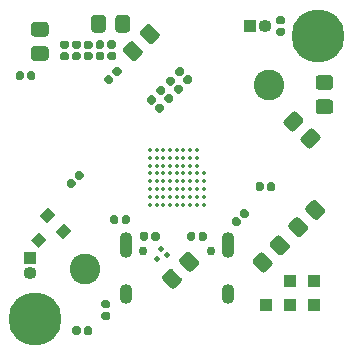
<source format=gbr>
%TF.GenerationSoftware,KiCad,Pcbnew,(5.1.6)-1*%
%TF.CreationDate,2021-01-25T15:06:37+00:00*%
%TF.ProjectId,OpenPnPVis,4f70656e-506e-4505-9669-732e6b696361,003*%
%TF.SameCoordinates,Original*%
%TF.FileFunction,Soldermask,Top*%
%TF.FilePolarity,Negative*%
%FSLAX46Y46*%
G04 Gerber Fmt 4.6, Leading zero omitted, Abs format (unit mm)*
G04 Created by KiCad (PCBNEW (5.1.6)-1) date 2021-01-25 15:06:37*
%MOMM*%
%LPD*%
G01*
G04 APERTURE LIST*
%ADD10R,1.100000X1.100000*%
%ADD11C,2.600000*%
%ADD12C,0.100000*%
%ADD13O,1.100000X1.100000*%
%ADD14C,0.350000*%
%ADD15C,0.750000*%
%ADD16O,1.100000X2.200000*%
%ADD17O,1.100000X1.700000*%
%ADD18C,0.800000*%
%ADD19C,4.500000*%
G04 APERTURE END LIST*
D10*
%TO.C,TP5*%
X98600000Y-109600000D03*
%TD*%
%TO.C,TP4*%
X98600000Y-111600000D03*
%TD*%
%TO.C,TP3*%
X100600000Y-111600000D03*
%TD*%
%TO.C,TP2*%
X96600000Y-111600000D03*
%TD*%
%TO.C,TP1*%
X100600000Y-109600000D03*
%TD*%
D11*
%TO.C,LENSMOUNT1*%
X96778175Y-93021825D03*
X81221825Y-108578175D03*
%TD*%
D12*
%TO.C,Q1*%
G36*
X77328248Y-105435356D02*
G01*
X77964644Y-106071752D01*
X77257538Y-106778858D01*
X76621142Y-106142462D01*
X77328248Y-105435356D01*
G37*
G36*
X78070710Y-103349391D02*
G01*
X78707106Y-103985787D01*
X78000000Y-104692893D01*
X77363604Y-104056497D01*
X78070710Y-103349391D01*
G37*
G36*
X79414213Y-104692894D02*
G01*
X80050609Y-105329290D01*
X79343503Y-106036396D01*
X78707107Y-105400000D01*
X79414213Y-104692894D01*
G37*
%TD*%
%TO.C,R15*%
G36*
G01*
X84060000Y-104202500D02*
X84060000Y-104597500D01*
G75*
G02*
X83887500Y-104770000I-172500J0D01*
G01*
X83542500Y-104770000D01*
G75*
G02*
X83370000Y-104597500I0J172500D01*
G01*
X83370000Y-104202500D01*
G75*
G02*
X83542500Y-104030000I172500J0D01*
G01*
X83887500Y-104030000D01*
G75*
G02*
X84060000Y-104202500I0J-172500D01*
G01*
G37*
G36*
G01*
X85030000Y-104202500D02*
X85030000Y-104597500D01*
G75*
G02*
X84857500Y-104770000I-172500J0D01*
G01*
X84512500Y-104770000D01*
G75*
G02*
X84340000Y-104597500I0J172500D01*
G01*
X84340000Y-104202500D01*
G75*
G02*
X84512500Y-104030000I172500J0D01*
G01*
X84857500Y-104030000D01*
G75*
G02*
X85030000Y-104202500I0J-172500D01*
G01*
G37*
%TD*%
D13*
%TO.C,J3*%
X96470000Y-88000000D03*
D10*
X95200000Y-88000000D03*
%TD*%
D13*
%TO.C,J2*%
X76600000Y-108870000D03*
D10*
X76600000Y-107600000D03*
%TD*%
%TO.C,R14*%
G36*
G01*
X86855000Y-105997500D02*
X86855000Y-105602500D01*
G75*
G02*
X87027500Y-105430000I172500J0D01*
G01*
X87372500Y-105430000D01*
G75*
G02*
X87545000Y-105602500I0J-172500D01*
G01*
X87545000Y-105997500D01*
G75*
G02*
X87372500Y-106170000I-172500J0D01*
G01*
X87027500Y-106170000D01*
G75*
G02*
X86855000Y-105997500I0J172500D01*
G01*
G37*
G36*
G01*
X85885000Y-105997500D02*
X85885000Y-105602500D01*
G75*
G02*
X86057500Y-105430000I172500J0D01*
G01*
X86402500Y-105430000D01*
G75*
G02*
X86575000Y-105602500I0J-172500D01*
G01*
X86575000Y-105997500D01*
G75*
G02*
X86402500Y-106170000I-172500J0D01*
G01*
X86057500Y-106170000D01*
G75*
G02*
X85885000Y-105997500I0J172500D01*
G01*
G37*
%TD*%
%TO.C,R5*%
G36*
G01*
X90855000Y-105997500D02*
X90855000Y-105602500D01*
G75*
G02*
X91027500Y-105430000I172500J0D01*
G01*
X91372500Y-105430000D01*
G75*
G02*
X91545000Y-105602500I0J-172500D01*
G01*
X91545000Y-105997500D01*
G75*
G02*
X91372500Y-106170000I-172500J0D01*
G01*
X91027500Y-106170000D01*
G75*
G02*
X90855000Y-105997500I0J172500D01*
G01*
G37*
G36*
G01*
X89885000Y-105997500D02*
X89885000Y-105602500D01*
G75*
G02*
X90057500Y-105430000I172500J0D01*
G01*
X90402500Y-105430000D01*
G75*
G02*
X90575000Y-105602500I0J-172500D01*
G01*
X90575000Y-105997500D01*
G75*
G02*
X90402500Y-106170000I-172500J0D01*
G01*
X90057500Y-106170000D01*
G75*
G02*
X89885000Y-105997500I0J172500D01*
G01*
G37*
%TD*%
%TO.C,C25*%
G36*
G01*
X83000000Y-87321738D02*
X83000000Y-88278262D01*
G75*
G02*
X82728262Y-88550000I-271738J0D01*
G01*
X82021738Y-88550000D01*
G75*
G02*
X81750000Y-88278262I0J271738D01*
G01*
X81750000Y-87321738D01*
G75*
G02*
X82021738Y-87050000I271738J0D01*
G01*
X82728262Y-87050000D01*
G75*
G02*
X83000000Y-87321738I0J-271738D01*
G01*
G37*
G36*
G01*
X85050000Y-87321738D02*
X85050000Y-88278262D01*
G75*
G02*
X84778262Y-88550000I-271738J0D01*
G01*
X84071738Y-88550000D01*
G75*
G02*
X83800000Y-88278262I0J271738D01*
G01*
X83800000Y-87321738D01*
G75*
G02*
X84071738Y-87050000I271738J0D01*
G01*
X84778262Y-87050000D01*
G75*
G02*
X85050000Y-87321738I0J-271738D01*
G01*
G37*
%TD*%
%TO.C,C24*%
G36*
G01*
X76340000Y-92397500D02*
X76340000Y-92002500D01*
G75*
G02*
X76512500Y-91830000I172500J0D01*
G01*
X76857500Y-91830000D01*
G75*
G02*
X77030000Y-92002500I0J-172500D01*
G01*
X77030000Y-92397500D01*
G75*
G02*
X76857500Y-92570000I-172500J0D01*
G01*
X76512500Y-92570000D01*
G75*
G02*
X76340000Y-92397500I0J172500D01*
G01*
G37*
G36*
G01*
X75370000Y-92397500D02*
X75370000Y-92002500D01*
G75*
G02*
X75542500Y-91830000I172500J0D01*
G01*
X75887500Y-91830000D01*
G75*
G02*
X76060000Y-92002500I0J-172500D01*
G01*
X76060000Y-92397500D01*
G75*
G02*
X75887500Y-92570000I-172500J0D01*
G01*
X75542500Y-92570000D01*
G75*
G02*
X75370000Y-92397500I0J172500D01*
G01*
G37*
%TD*%
%TO.C,C21*%
G36*
G01*
X85378975Y-89344660D02*
X86055340Y-90021024D01*
G75*
G02*
X86055340Y-90405320I-192148J-192148D01*
G01*
X85555752Y-90904908D01*
G75*
G02*
X85171456Y-90904908I-192148J192148D01*
G01*
X84495092Y-90228544D01*
G75*
G02*
X84495092Y-89844248I192148J192148D01*
G01*
X84994680Y-89344660D01*
G75*
G02*
X85378976Y-89344660I192148J-192148D01*
G01*
G37*
G36*
G01*
X86828543Y-87895092D02*
X87504908Y-88571456D01*
G75*
G02*
X87504908Y-88955752I-192148J-192148D01*
G01*
X87005320Y-89455340D01*
G75*
G02*
X86621024Y-89455340I-192148J192148D01*
G01*
X85944660Y-88778976D01*
G75*
G02*
X85944660Y-88394680I192148J192148D01*
G01*
X86444248Y-87895092D01*
G75*
G02*
X86828544Y-87895092I192148J-192148D01*
G01*
G37*
%TD*%
%TO.C,C8*%
G36*
G01*
X83361351Y-92159342D02*
X83640659Y-92438649D01*
G75*
G02*
X83640659Y-92682601I-121976J-121976D01*
G01*
X83396707Y-92926553D01*
G75*
G02*
X83152755Y-92926553I-121976J121976D01*
G01*
X82873447Y-92647245D01*
G75*
G02*
X82873447Y-92403293I121976J121976D01*
G01*
X83117399Y-92159341D01*
G75*
G02*
X83361351Y-92159341I121976J-121976D01*
G01*
G37*
G36*
G01*
X84047245Y-91473448D02*
X84326553Y-91752755D01*
G75*
G02*
X84326553Y-91996707I-121976J-121976D01*
G01*
X84082601Y-92240659D01*
G75*
G02*
X83838649Y-92240659I-121976J121976D01*
G01*
X83559341Y-91961351D01*
G75*
G02*
X83559341Y-91717399I121976J121976D01*
G01*
X83803293Y-91473447D01*
G75*
G02*
X84047245Y-91473447I121976J-121976D01*
G01*
G37*
%TD*%
D14*
%TO.C,U2*%
X86720000Y-98490000D03*
X86720000Y-99150000D03*
X86720000Y-99810000D03*
X86720000Y-100470000D03*
X86720000Y-101130000D03*
X86720000Y-101790000D03*
X86720000Y-102450000D03*
X86720000Y-103110000D03*
X87290000Y-98490000D03*
X87290000Y-99150000D03*
X87290000Y-99810000D03*
X87290000Y-100470000D03*
X87290000Y-101130000D03*
X87290000Y-101790000D03*
X87290000Y-102450000D03*
X87290000Y-103110000D03*
X87860000Y-98490000D03*
X87860000Y-99150000D03*
X87860000Y-99810000D03*
X87860000Y-100470000D03*
X87860000Y-101130000D03*
X87860000Y-101790000D03*
X87860000Y-102450000D03*
X87860000Y-103110000D03*
X88430000Y-98490000D03*
X88430000Y-99150000D03*
X88430000Y-99810000D03*
X88430000Y-100470000D03*
X88430000Y-101130000D03*
X88430000Y-101790000D03*
X88430000Y-102450000D03*
X88430000Y-103110000D03*
X89000000Y-98490000D03*
X89000000Y-99150000D03*
X89000000Y-99810000D03*
X89000000Y-100470000D03*
X89000000Y-101130000D03*
X89000000Y-101790000D03*
X89000000Y-102450000D03*
X89000000Y-103110000D03*
X89570000Y-98490000D03*
X89570000Y-99150000D03*
X89570000Y-99810000D03*
X89570000Y-100470000D03*
X89570000Y-101130000D03*
X89570000Y-101790000D03*
X89570000Y-102450000D03*
X89570000Y-103110000D03*
X90140000Y-98490000D03*
X90140000Y-99150000D03*
X90140000Y-99810000D03*
X90140000Y-100470000D03*
X90140000Y-101130000D03*
X90140000Y-101790000D03*
X90140000Y-102450000D03*
X90140000Y-103110000D03*
X90710000Y-98490000D03*
X90710000Y-99150000D03*
X90710000Y-99810000D03*
X90710000Y-100470000D03*
X90710000Y-101130000D03*
X90710000Y-101790000D03*
X90710000Y-102450000D03*
X90710000Y-103110000D03*
X91280000Y-100470000D03*
X91280000Y-101130000D03*
X91280000Y-101790000D03*
X91280000Y-102450000D03*
X91280000Y-103110000D03*
%TD*%
D15*
%TO.C,J4*%
X86110000Y-107050000D03*
X91890000Y-107050000D03*
D16*
X93320000Y-106520000D03*
X84680000Y-106520000D03*
D17*
X93320000Y-110700000D03*
X84680000Y-110700000D03*
%TD*%
%TO.C,R20*%
G36*
G01*
X87959342Y-94038649D02*
X88238649Y-93759341D01*
G75*
G02*
X88482601Y-93759341I121976J-121976D01*
G01*
X88726553Y-94003293D01*
G75*
G02*
X88726553Y-94247245I-121976J-121976D01*
G01*
X88447245Y-94526553D01*
G75*
G02*
X88203293Y-94526553I-121976J121976D01*
G01*
X87959341Y-94282601D01*
G75*
G02*
X87959341Y-94038649I121976J121976D01*
G01*
G37*
G36*
G01*
X87273448Y-93352755D02*
X87552755Y-93073447D01*
G75*
G02*
X87796707Y-93073447I121976J-121976D01*
G01*
X88040659Y-93317399D01*
G75*
G02*
X88040659Y-93561351I-121976J-121976D01*
G01*
X87761351Y-93840659D01*
G75*
G02*
X87517399Y-93840659I-121976J121976D01*
G01*
X87273447Y-93596707D01*
G75*
G02*
X87273447Y-93352755I121976J121976D01*
G01*
G37*
%TD*%
%TO.C,R19*%
G36*
G01*
X80638649Y-101040658D02*
X80359341Y-100761351D01*
G75*
G02*
X80359341Y-100517399I121976J121976D01*
G01*
X80603293Y-100273447D01*
G75*
G02*
X80847245Y-100273447I121976J-121976D01*
G01*
X81126553Y-100552755D01*
G75*
G02*
X81126553Y-100796707I-121976J-121976D01*
G01*
X80882601Y-101040659D01*
G75*
G02*
X80638649Y-101040659I-121976J121976D01*
G01*
G37*
G36*
G01*
X79952755Y-101726552D02*
X79673447Y-101447245D01*
G75*
G02*
X79673447Y-101203293I121976J121976D01*
G01*
X79917399Y-100959341D01*
G75*
G02*
X80161351Y-100959341I121976J-121976D01*
G01*
X80440659Y-101238649D01*
G75*
G02*
X80440659Y-101482601I-121976J-121976D01*
G01*
X80196707Y-101726553D01*
G75*
G02*
X79952755Y-101726553I-121976J121976D01*
G01*
G37*
%TD*%
%TO.C,R13*%
G36*
G01*
X87240658Y-94361351D02*
X86961351Y-94640659D01*
G75*
G02*
X86717399Y-94640659I-121976J121976D01*
G01*
X86473447Y-94396707D01*
G75*
G02*
X86473447Y-94152755I121976J121976D01*
G01*
X86752755Y-93873447D01*
G75*
G02*
X86996707Y-93873447I121976J-121976D01*
G01*
X87240659Y-94117399D01*
G75*
G02*
X87240659Y-94361351I-121976J-121976D01*
G01*
G37*
G36*
G01*
X87926552Y-95047245D02*
X87647245Y-95326553D01*
G75*
G02*
X87403293Y-95326553I-121976J121976D01*
G01*
X87159341Y-95082601D01*
G75*
G02*
X87159341Y-94838649I121976J121976D01*
G01*
X87438649Y-94559341D01*
G75*
G02*
X87682601Y-94559341I121976J-121976D01*
G01*
X87926553Y-94803293D01*
G75*
G02*
X87926553Y-95047245I-121976J-121976D01*
G01*
G37*
%TD*%
%TO.C,R12*%
G36*
G01*
X83697500Y-89910000D02*
X83302500Y-89910000D01*
G75*
G02*
X83130000Y-89737500I0J172500D01*
G01*
X83130000Y-89392500D01*
G75*
G02*
X83302500Y-89220000I172500J0D01*
G01*
X83697500Y-89220000D01*
G75*
G02*
X83870000Y-89392500I0J-172500D01*
G01*
X83870000Y-89737500D01*
G75*
G02*
X83697500Y-89910000I-172500J0D01*
G01*
G37*
G36*
G01*
X83697500Y-90880000D02*
X83302500Y-90880000D01*
G75*
G02*
X83130000Y-90707500I0J172500D01*
G01*
X83130000Y-90362500D01*
G75*
G02*
X83302500Y-90190000I172500J0D01*
G01*
X83697500Y-90190000D01*
G75*
G02*
X83870000Y-90362500I0J-172500D01*
G01*
X83870000Y-90707500D01*
G75*
G02*
X83697500Y-90880000I-172500J0D01*
G01*
G37*
%TD*%
%TO.C,R11*%
G36*
G01*
X82697500Y-89910000D02*
X82302500Y-89910000D01*
G75*
G02*
X82130000Y-89737500I0J172500D01*
G01*
X82130000Y-89392500D01*
G75*
G02*
X82302500Y-89220000I172500J0D01*
G01*
X82697500Y-89220000D01*
G75*
G02*
X82870000Y-89392500I0J-172500D01*
G01*
X82870000Y-89737500D01*
G75*
G02*
X82697500Y-89910000I-172500J0D01*
G01*
G37*
G36*
G01*
X82697500Y-90880000D02*
X82302500Y-90880000D01*
G75*
G02*
X82130000Y-90707500I0J172500D01*
G01*
X82130000Y-90362500D01*
G75*
G02*
X82302500Y-90190000I172500J0D01*
G01*
X82697500Y-90190000D01*
G75*
G02*
X82870000Y-90362500I0J-172500D01*
G01*
X82870000Y-90707500D01*
G75*
G02*
X82697500Y-90880000I-172500J0D01*
G01*
G37*
%TD*%
%TO.C,R10*%
G36*
G01*
X81697500Y-89925000D02*
X81302500Y-89925000D01*
G75*
G02*
X81130000Y-89752500I0J172500D01*
G01*
X81130000Y-89407500D01*
G75*
G02*
X81302500Y-89235000I172500J0D01*
G01*
X81697500Y-89235000D01*
G75*
G02*
X81870000Y-89407500I0J-172500D01*
G01*
X81870000Y-89752500D01*
G75*
G02*
X81697500Y-89925000I-172500J0D01*
G01*
G37*
G36*
G01*
X81697500Y-90895000D02*
X81302500Y-90895000D01*
G75*
G02*
X81130000Y-90722500I0J172500D01*
G01*
X81130000Y-90377500D01*
G75*
G02*
X81302500Y-90205000I172500J0D01*
G01*
X81697500Y-90205000D01*
G75*
G02*
X81870000Y-90377500I0J-172500D01*
G01*
X81870000Y-90722500D01*
G75*
G02*
X81697500Y-90895000I-172500J0D01*
G01*
G37*
%TD*%
%TO.C,R9*%
G36*
G01*
X80697500Y-89925000D02*
X80302500Y-89925000D01*
G75*
G02*
X80130000Y-89752500I0J172500D01*
G01*
X80130000Y-89407500D01*
G75*
G02*
X80302500Y-89235000I172500J0D01*
G01*
X80697500Y-89235000D01*
G75*
G02*
X80870000Y-89407500I0J-172500D01*
G01*
X80870000Y-89752500D01*
G75*
G02*
X80697500Y-89925000I-172500J0D01*
G01*
G37*
G36*
G01*
X80697500Y-90895000D02*
X80302500Y-90895000D01*
G75*
G02*
X80130000Y-90722500I0J172500D01*
G01*
X80130000Y-90377500D01*
G75*
G02*
X80302500Y-90205000I172500J0D01*
G01*
X80697500Y-90205000D01*
G75*
G02*
X80870000Y-90377500I0J-172500D01*
G01*
X80870000Y-90722500D01*
G75*
G02*
X80697500Y-90895000I-172500J0D01*
G01*
G37*
%TD*%
%TO.C,R8*%
G36*
G01*
X79697500Y-89925000D02*
X79302500Y-89925000D01*
G75*
G02*
X79130000Y-89752500I0J172500D01*
G01*
X79130000Y-89407500D01*
G75*
G02*
X79302500Y-89235000I172500J0D01*
G01*
X79697500Y-89235000D01*
G75*
G02*
X79870000Y-89407500I0J-172500D01*
G01*
X79870000Y-89752500D01*
G75*
G02*
X79697500Y-89925000I-172500J0D01*
G01*
G37*
G36*
G01*
X79697500Y-90895000D02*
X79302500Y-90895000D01*
G75*
G02*
X79130000Y-90722500I0J172500D01*
G01*
X79130000Y-90377500D01*
G75*
G02*
X79302500Y-90205000I172500J0D01*
G01*
X79697500Y-90205000D01*
G75*
G02*
X79870000Y-90377500I0J-172500D01*
G01*
X79870000Y-90722500D01*
G75*
G02*
X79697500Y-90895000I-172500J0D01*
G01*
G37*
%TD*%
%TO.C,R7*%
G36*
G01*
X88840658Y-92761351D02*
X88561351Y-93040659D01*
G75*
G02*
X88317399Y-93040659I-121976J121976D01*
G01*
X88073447Y-92796707D01*
G75*
G02*
X88073447Y-92552755I121976J121976D01*
G01*
X88352755Y-92273447D01*
G75*
G02*
X88596707Y-92273447I121976J-121976D01*
G01*
X88840659Y-92517399D01*
G75*
G02*
X88840659Y-92761351I-121976J-121976D01*
G01*
G37*
G36*
G01*
X89526552Y-93447245D02*
X89247245Y-93726553D01*
G75*
G02*
X89003293Y-93726553I-121976J121976D01*
G01*
X88759341Y-93482601D01*
G75*
G02*
X88759341Y-93238649I121976J121976D01*
G01*
X89038649Y-92959341D01*
G75*
G02*
X89282601Y-92959341I121976J-121976D01*
G01*
X89526553Y-93203293D01*
G75*
G02*
X89526553Y-93447245I-121976J-121976D01*
G01*
G37*
%TD*%
%TO.C,R6*%
G36*
G01*
X89640658Y-91961351D02*
X89361351Y-92240659D01*
G75*
G02*
X89117399Y-92240659I-121976J121976D01*
G01*
X88873447Y-91996707D01*
G75*
G02*
X88873447Y-91752755I121976J121976D01*
G01*
X89152755Y-91473447D01*
G75*
G02*
X89396707Y-91473447I121976J-121976D01*
G01*
X89640659Y-91717399D01*
G75*
G02*
X89640659Y-91961351I-121976J-121976D01*
G01*
G37*
G36*
G01*
X90326552Y-92647245D02*
X90047245Y-92926553D01*
G75*
G02*
X89803293Y-92926553I-121976J121976D01*
G01*
X89559341Y-92682601D01*
G75*
G02*
X89559341Y-92438649I121976J121976D01*
G01*
X89838649Y-92159341D01*
G75*
G02*
X90082601Y-92159341I121976J-121976D01*
G01*
X90326553Y-92403293D01*
G75*
G02*
X90326553Y-92647245I-121976J-121976D01*
G01*
G37*
%TD*%
%TO.C,R4*%
G36*
G01*
X96360000Y-101402500D02*
X96360000Y-101797500D01*
G75*
G02*
X96187500Y-101970000I-172500J0D01*
G01*
X95842500Y-101970000D01*
G75*
G02*
X95670000Y-101797500I0J172500D01*
G01*
X95670000Y-101402500D01*
G75*
G02*
X95842500Y-101230000I172500J0D01*
G01*
X96187500Y-101230000D01*
G75*
G02*
X96360000Y-101402500I0J-172500D01*
G01*
G37*
G36*
G01*
X97330000Y-101402500D02*
X97330000Y-101797500D01*
G75*
G02*
X97157500Y-101970000I-172500J0D01*
G01*
X96812500Y-101970000D01*
G75*
G02*
X96640000Y-101797500I0J172500D01*
G01*
X96640000Y-101402500D01*
G75*
G02*
X96812500Y-101230000I172500J0D01*
G01*
X97157500Y-101230000D01*
G75*
G02*
X97330000Y-101402500I0J-172500D01*
G01*
G37*
%TD*%
%TO.C,R3*%
G36*
G01*
X94638649Y-104240658D02*
X94359341Y-103961351D01*
G75*
G02*
X94359341Y-103717399I121976J121976D01*
G01*
X94603293Y-103473447D01*
G75*
G02*
X94847245Y-103473447I121976J-121976D01*
G01*
X95126553Y-103752755D01*
G75*
G02*
X95126553Y-103996707I-121976J-121976D01*
G01*
X94882601Y-104240659D01*
G75*
G02*
X94638649Y-104240659I-121976J121976D01*
G01*
G37*
G36*
G01*
X93952755Y-104926552D02*
X93673447Y-104647245D01*
G75*
G02*
X93673447Y-104403293I121976J121976D01*
G01*
X93917399Y-104159341D01*
G75*
G02*
X94161351Y-104159341I121976J-121976D01*
G01*
X94440659Y-104438649D01*
G75*
G02*
X94440659Y-104682601I-121976J-121976D01*
G01*
X94196707Y-104926553D01*
G75*
G02*
X93952755Y-104926553I-121976J121976D01*
G01*
G37*
%TD*%
%TO.C,R2*%
G36*
G01*
X82802500Y-112190000D02*
X83197500Y-112190000D01*
G75*
G02*
X83370000Y-112362500I0J-172500D01*
G01*
X83370000Y-112707500D01*
G75*
G02*
X83197500Y-112880000I-172500J0D01*
G01*
X82802500Y-112880000D01*
G75*
G02*
X82630000Y-112707500I0J172500D01*
G01*
X82630000Y-112362500D01*
G75*
G02*
X82802500Y-112190000I172500J0D01*
G01*
G37*
G36*
G01*
X82802500Y-111220000D02*
X83197500Y-111220000D01*
G75*
G02*
X83370000Y-111392500I0J-172500D01*
G01*
X83370000Y-111737500D01*
G75*
G02*
X83197500Y-111910000I-172500J0D01*
G01*
X82802500Y-111910000D01*
G75*
G02*
X82630000Y-111737500I0J172500D01*
G01*
X82630000Y-111392500D01*
G75*
G02*
X82802500Y-111220000I172500J0D01*
G01*
G37*
%TD*%
D18*
%TO.C,H2*%
X78166726Y-111633274D03*
X77000000Y-111150000D03*
X75833274Y-111633274D03*
X75350000Y-112800000D03*
X75833274Y-113966726D03*
X77000000Y-114450000D03*
X78166726Y-113966726D03*
X78650000Y-112800000D03*
D19*
X77000000Y-112800000D03*
%TD*%
D18*
%TO.C,H1*%
X102166726Y-87633274D03*
X101000000Y-87150000D03*
X99833274Y-87633274D03*
X99350000Y-88800000D03*
X99833274Y-89966726D03*
X101000000Y-90450000D03*
X102166726Y-89966726D03*
X102650000Y-88800000D03*
D19*
X101000000Y-88800000D03*
%TD*%
D12*
%TO.C,U6*%
G36*
X87582323Y-107700520D02*
G01*
X87299480Y-107983363D01*
X87016637Y-107700520D01*
X87299480Y-107417677D01*
X87582323Y-107700520D01*
G37*
G36*
X87935876Y-106851992D02*
G01*
X87653033Y-107134835D01*
X87370190Y-106851992D01*
X87653033Y-106569149D01*
X87935876Y-106851992D01*
G37*
G36*
X88430851Y-107346967D02*
G01*
X88148008Y-107629810D01*
X87865165Y-107346967D01*
X88148008Y-107064124D01*
X88430851Y-107346967D01*
G37*
%TD*%
%TO.C,C19*%
G36*
G01*
X80860000Y-113602500D02*
X80860000Y-113997500D01*
G75*
G02*
X80687500Y-114170000I-172500J0D01*
G01*
X80342500Y-114170000D01*
G75*
G02*
X80170000Y-113997500I0J172500D01*
G01*
X80170000Y-113602500D01*
G75*
G02*
X80342500Y-113430000I172500J0D01*
G01*
X80687500Y-113430000D01*
G75*
G02*
X80860000Y-113602500I0J-172500D01*
G01*
G37*
G36*
G01*
X81830000Y-113602500D02*
X81830000Y-113997500D01*
G75*
G02*
X81657500Y-114170000I-172500J0D01*
G01*
X81312500Y-114170000D01*
G75*
G02*
X81140000Y-113997500I0J172500D01*
G01*
X81140000Y-113602500D01*
G75*
G02*
X81312500Y-113430000I172500J0D01*
G01*
X81657500Y-113430000D01*
G75*
G02*
X81830000Y-113602500I0J-172500D01*
G01*
G37*
%TD*%
%TO.C,C17*%
G36*
G01*
X97997500Y-87860000D02*
X97602500Y-87860000D01*
G75*
G02*
X97430000Y-87687500I0J172500D01*
G01*
X97430000Y-87342500D01*
G75*
G02*
X97602500Y-87170000I172500J0D01*
G01*
X97997500Y-87170000D01*
G75*
G02*
X98170000Y-87342500I0J-172500D01*
G01*
X98170000Y-87687500D01*
G75*
G02*
X97997500Y-87860000I-172500J0D01*
G01*
G37*
G36*
G01*
X97997500Y-88830000D02*
X97602500Y-88830000D01*
G75*
G02*
X97430000Y-88657500I0J172500D01*
G01*
X97430000Y-88312500D01*
G75*
G02*
X97602500Y-88140000I172500J0D01*
G01*
X97997500Y-88140000D01*
G75*
G02*
X98170000Y-88312500I0J-172500D01*
G01*
X98170000Y-88657500D01*
G75*
G02*
X97997500Y-88830000I-172500J0D01*
G01*
G37*
%TD*%
%TO.C,C16*%
G36*
G01*
X99544660Y-97421025D02*
X100221024Y-96744660D01*
G75*
G02*
X100605320Y-96744660I192148J-192148D01*
G01*
X101104908Y-97244248D01*
G75*
G02*
X101104908Y-97628544I-192148J-192148D01*
G01*
X100428544Y-98304908D01*
G75*
G02*
X100044248Y-98304908I-192148J192148D01*
G01*
X99544660Y-97805320D01*
G75*
G02*
X99544660Y-97421024I192148J192148D01*
G01*
G37*
G36*
G01*
X98095092Y-95971457D02*
X98771456Y-95295092D01*
G75*
G02*
X99155752Y-95295092I192148J-192148D01*
G01*
X99655340Y-95794680D01*
G75*
G02*
X99655340Y-96178976I-192148J-192148D01*
G01*
X98978976Y-96855340D01*
G75*
G02*
X98594680Y-96855340I-192148J192148D01*
G01*
X98095092Y-96355752D01*
G75*
G02*
X98095092Y-95971456I192148J192148D01*
G01*
G37*
%TD*%
%TO.C,C15*%
G36*
G01*
X101978262Y-93400000D02*
X101021738Y-93400000D01*
G75*
G02*
X100750000Y-93128262I0J271738D01*
G01*
X100750000Y-92421738D01*
G75*
G02*
X101021738Y-92150000I271738J0D01*
G01*
X101978262Y-92150000D01*
G75*
G02*
X102250000Y-92421738I0J-271738D01*
G01*
X102250000Y-93128262D01*
G75*
G02*
X101978262Y-93400000I-271738J0D01*
G01*
G37*
G36*
G01*
X101978262Y-95450000D02*
X101021738Y-95450000D01*
G75*
G02*
X100750000Y-95178262I0J271738D01*
G01*
X100750000Y-94471738D01*
G75*
G02*
X101021738Y-94200000I271738J0D01*
G01*
X101978262Y-94200000D01*
G75*
G02*
X102250000Y-94471738I0J-271738D01*
G01*
X102250000Y-95178262D01*
G75*
G02*
X101978262Y-95450000I-271738J0D01*
G01*
G37*
%TD*%
%TO.C,C6*%
G36*
G01*
X76921738Y-89700000D02*
X77878262Y-89700000D01*
G75*
G02*
X78150000Y-89971738I0J-271738D01*
G01*
X78150000Y-90678262D01*
G75*
G02*
X77878262Y-90950000I-271738J0D01*
G01*
X76921738Y-90950000D01*
G75*
G02*
X76650000Y-90678262I0J271738D01*
G01*
X76650000Y-89971738D01*
G75*
G02*
X76921738Y-89700000I271738J0D01*
G01*
G37*
G36*
G01*
X76921738Y-87650000D02*
X77878262Y-87650000D01*
G75*
G02*
X78150000Y-87921738I0J-271738D01*
G01*
X78150000Y-88628262D01*
G75*
G02*
X77878262Y-88900000I-271738J0D01*
G01*
X76921738Y-88900000D01*
G75*
G02*
X76650000Y-88628262I0J271738D01*
G01*
X76650000Y-87921738D01*
G75*
G02*
X76921738Y-87650000I271738J0D01*
G01*
G37*
%TD*%
%TO.C,C5*%
G36*
G01*
X88703759Y-108619876D02*
X89380124Y-109296240D01*
G75*
G02*
X89380124Y-109680536I-192148J-192148D01*
G01*
X88880536Y-110180124D01*
G75*
G02*
X88496240Y-110180124I-192148J192148D01*
G01*
X87819876Y-109503760D01*
G75*
G02*
X87819876Y-109119464I192148J192148D01*
G01*
X88319464Y-108619876D01*
G75*
G02*
X88703760Y-108619876I192148J-192148D01*
G01*
G37*
G36*
G01*
X90153327Y-107170308D02*
X90829692Y-107846672D01*
G75*
G02*
X90829692Y-108230968I-192148J-192148D01*
G01*
X90330104Y-108730556D01*
G75*
G02*
X89945808Y-108730556I-192148J192148D01*
G01*
X89269444Y-108054192D01*
G75*
G02*
X89269444Y-107669896I192148J192148D01*
G01*
X89769032Y-107170308D01*
G75*
G02*
X90153328Y-107170308I192148J-192148D01*
G01*
G37*
%TD*%
%TO.C,C4*%
G36*
G01*
X96378975Y-107244660D02*
X97055340Y-107921024D01*
G75*
G02*
X97055340Y-108305320I-192148J-192148D01*
G01*
X96555752Y-108804908D01*
G75*
G02*
X96171456Y-108804908I-192148J192148D01*
G01*
X95495092Y-108128544D01*
G75*
G02*
X95495092Y-107744248I192148J192148D01*
G01*
X95994680Y-107244660D01*
G75*
G02*
X96378976Y-107244660I192148J-192148D01*
G01*
G37*
G36*
G01*
X97828543Y-105795092D02*
X98504908Y-106471456D01*
G75*
G02*
X98504908Y-106855752I-192148J-192148D01*
G01*
X98005320Y-107355340D01*
G75*
G02*
X97621024Y-107355340I-192148J192148D01*
G01*
X96944660Y-106678976D01*
G75*
G02*
X96944660Y-106294680I192148J192148D01*
G01*
X97444248Y-105795092D01*
G75*
G02*
X97828544Y-105795092I192148J-192148D01*
G01*
G37*
%TD*%
%TO.C,C3*%
G36*
G01*
X100621025Y-104355340D02*
X99944660Y-103678976D01*
G75*
G02*
X99944660Y-103294680I192148J192148D01*
G01*
X100444248Y-102795092D01*
G75*
G02*
X100828544Y-102795092I192148J-192148D01*
G01*
X101504908Y-103471456D01*
G75*
G02*
X101504908Y-103855752I-192148J-192148D01*
G01*
X101005320Y-104355340D01*
G75*
G02*
X100621024Y-104355340I-192148J192148D01*
G01*
G37*
G36*
G01*
X99171457Y-105804908D02*
X98495092Y-105128544D01*
G75*
G02*
X98495092Y-104744248I192148J192148D01*
G01*
X98994680Y-104244660D01*
G75*
G02*
X99378976Y-104244660I192148J-192148D01*
G01*
X100055340Y-104921024D01*
G75*
G02*
X100055340Y-105305320I-192148J-192148D01*
G01*
X99555752Y-105804908D01*
G75*
G02*
X99171456Y-105804908I-192148J192148D01*
G01*
G37*
%TD*%
M02*

</source>
